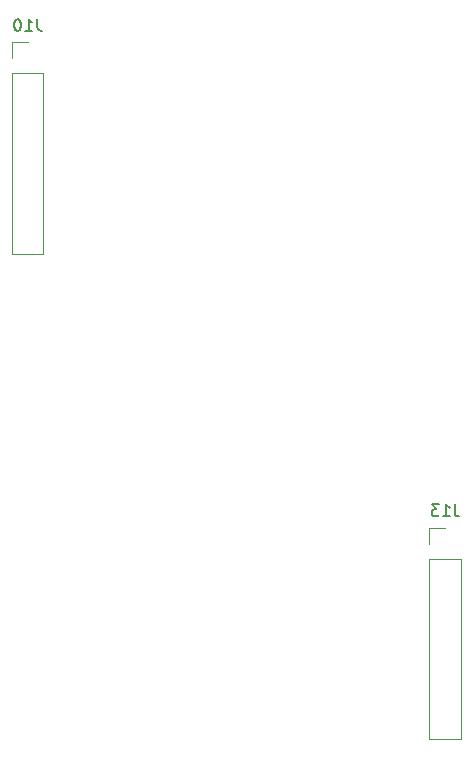
<source format=gbr>
%TF.GenerationSoftware,KiCad,Pcbnew,7.0.2-0*%
%TF.CreationDate,2023-10-10T18:06:45-05:00*%
%TF.ProjectId,Untitled,556e7469-746c-4656-942e-6b696361645f,rev?*%
%TF.SameCoordinates,Original*%
%TF.FileFunction,Legend,Bot*%
%TF.FilePolarity,Positive*%
%FSLAX46Y46*%
G04 Gerber Fmt 4.6, Leading zero omitted, Abs format (unit mm)*
G04 Created by KiCad (PCBNEW 7.0.2-0) date 2023-10-10 18:06:45*
%MOMM*%
%LPD*%
G01*
G04 APERTURE LIST*
%ADD10C,0.150000*%
%ADD11C,0.120000*%
G04 APERTURE END LIST*
D10*
%TO.C,J13*%
X197159523Y-125792619D02*
X197159523Y-126506904D01*
X197159523Y-126506904D02*
X197207142Y-126649761D01*
X197207142Y-126649761D02*
X197302380Y-126745000D01*
X197302380Y-126745000D02*
X197445237Y-126792619D01*
X197445237Y-126792619D02*
X197540475Y-126792619D01*
X196159523Y-126792619D02*
X196730951Y-126792619D01*
X196445237Y-126792619D02*
X196445237Y-125792619D01*
X196445237Y-125792619D02*
X196540475Y-125935476D01*
X196540475Y-125935476D02*
X196635713Y-126030714D01*
X196635713Y-126030714D02*
X196730951Y-126078333D01*
X195826189Y-125792619D02*
X195207142Y-125792619D01*
X195207142Y-125792619D02*
X195540475Y-126173571D01*
X195540475Y-126173571D02*
X195397618Y-126173571D01*
X195397618Y-126173571D02*
X195302380Y-126221190D01*
X195302380Y-126221190D02*
X195254761Y-126268809D01*
X195254761Y-126268809D02*
X195207142Y-126364047D01*
X195207142Y-126364047D02*
X195207142Y-126602142D01*
X195207142Y-126602142D02*
X195254761Y-126697380D01*
X195254761Y-126697380D02*
X195302380Y-126745000D01*
X195302380Y-126745000D02*
X195397618Y-126792619D01*
X195397618Y-126792619D02*
X195683332Y-126792619D01*
X195683332Y-126792619D02*
X195778570Y-126745000D01*
X195778570Y-126745000D02*
X195826189Y-126697380D01*
%TO.C,J10*%
X161809523Y-84692619D02*
X161809523Y-85406904D01*
X161809523Y-85406904D02*
X161857142Y-85549761D01*
X161857142Y-85549761D02*
X161952380Y-85645000D01*
X161952380Y-85645000D02*
X162095237Y-85692619D01*
X162095237Y-85692619D02*
X162190475Y-85692619D01*
X160809523Y-85692619D02*
X161380951Y-85692619D01*
X161095237Y-85692619D02*
X161095237Y-84692619D01*
X161095237Y-84692619D02*
X161190475Y-84835476D01*
X161190475Y-84835476D02*
X161285713Y-84930714D01*
X161285713Y-84930714D02*
X161380951Y-84978333D01*
X160190475Y-84692619D02*
X160095237Y-84692619D01*
X160095237Y-84692619D02*
X159999999Y-84740238D01*
X159999999Y-84740238D02*
X159952380Y-84787857D01*
X159952380Y-84787857D02*
X159904761Y-84883095D01*
X159904761Y-84883095D02*
X159857142Y-85073571D01*
X159857142Y-85073571D02*
X159857142Y-85311666D01*
X159857142Y-85311666D02*
X159904761Y-85502142D01*
X159904761Y-85502142D02*
X159952380Y-85597380D01*
X159952380Y-85597380D02*
X159999999Y-85645000D01*
X159999999Y-85645000D02*
X160095237Y-85692619D01*
X160095237Y-85692619D02*
X160190475Y-85692619D01*
X160190475Y-85692619D02*
X160285713Y-85645000D01*
X160285713Y-85645000D02*
X160333332Y-85597380D01*
X160333332Y-85597380D02*
X160380951Y-85502142D01*
X160380951Y-85502142D02*
X160428570Y-85311666D01*
X160428570Y-85311666D02*
X160428570Y-85073571D01*
X160428570Y-85073571D02*
X160380951Y-84883095D01*
X160380951Y-84883095D02*
X160333332Y-84787857D01*
X160333332Y-84787857D02*
X160285713Y-84740238D01*
X160285713Y-84740238D02*
X160190475Y-84692619D01*
D11*
%TO.C,J13*%
X197680000Y-145670000D02*
X195020000Y-145670000D01*
X197680000Y-130370000D02*
X197680000Y-145670000D01*
X197680000Y-130370000D02*
X195020000Y-130370000D01*
X196350000Y-127770000D02*
X195020000Y-127770000D01*
X195020000Y-130370000D02*
X195020000Y-145670000D01*
X195020000Y-127770000D02*
X195020000Y-129100000D01*
%TO.C,J10*%
X162330000Y-104570000D02*
X159670000Y-104570000D01*
X162330000Y-89270000D02*
X162330000Y-104570000D01*
X162330000Y-89270000D02*
X159670000Y-89270000D01*
X161000000Y-86670000D02*
X159670000Y-86670000D01*
X159670000Y-89270000D02*
X159670000Y-104570000D01*
X159670000Y-86670000D02*
X159670000Y-88000000D01*
%TD*%
M02*

</source>
